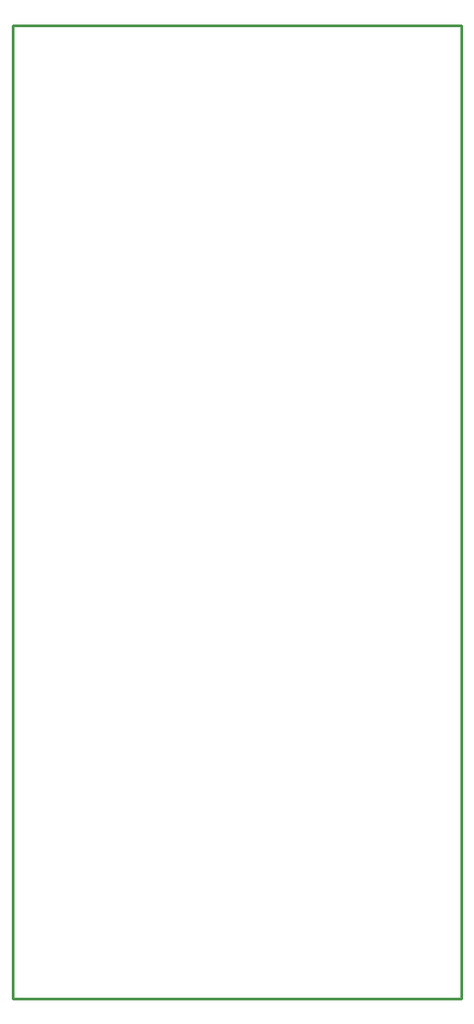
<source format=gko>
G04 start of page 4 for group 2 idx 2 *
G04 Title: 31.002.00.01.01, outline *
G04 Creator: pcb 4.2.1 *
G04 CreationDate: Wed Dec 23 16:06:15 2020 UTC *
G04 For: bert *
G04 Format: Gerber/RS-274X *
G04 PCB-Dimensions (mil): 2200.00 4200.00 *
G04 PCB-Coordinate-Origin: lower left *
%MOIN*%
%FSLAX25Y25*%
%LNGKO*%
%ADD35C,0.0100*%
G54D35*X20000Y42500D02*X185000D01*
Y400000D01*
X20000D01*
Y42500D01*
M02*

</source>
